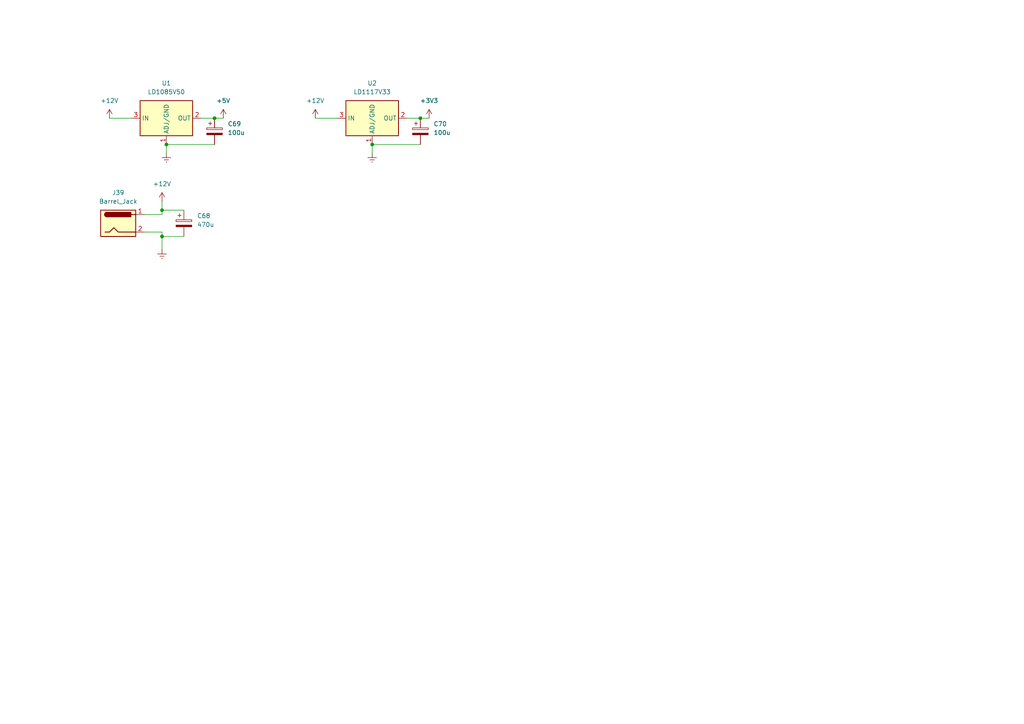
<source format=kicad_sch>
(kicad_sch (version 20230121) (generator eeschema)
  (paper "A4")
  (lib_symbols
    (symbol "Connector:Barrel_Jack" (pin_names (offset 1.016))
      (property "Reference" "J" (at 0 5.334 0))
      (property "Value" "Barrel_Jack" (at 0 -5.08 0))
      (symbol "Barrel_Jack_0_1"
        (rectangle (start -5.08 3.81) (end 5.08 -3.81) (stroke (width 0.254)) (fill (type background)))
        (arc (start -3.302 3.175) (mid -3.9343 2.54) (end -3.302 1.905) (stroke (width 0.254)))
        (arc (start -3.302 3.175) (mid -3.9343 2.54) (end -3.302 1.905) (stroke (width 0.254)) (fill (type outline)))
        (polyline (pts (xy 5.08 2.54) (xy 3.81 2.54)) (stroke (width 0.254)))
        (polyline (pts (xy -3.81 -2.54) (xy -2.54 -2.54) (xy -1.27 -1.27) (xy 0 -2.54) (xy 2.54 -2.54) (xy 5.08 -2.54)) (stroke (width 0.254)))
        (rectangle (start 3.683 3.175) (end -3.302 1.905) (stroke (width 0.254)) (fill (type outline)))
      )
      (symbol "Barrel_Jack_1_1"
        (pin passive line (at 7.62 2.54 180) (length 2.54) (name "~") (number "1"))
        (pin passive line (at 7.62 -2.54 180) (length 2.54) (name "~") (number "2"))
      )
    )
    (symbol "Device:C_Polarized" (pin_numbers hide) (pin_names (offset 0.254))
      (property "Reference" "C" (at 0.635 2.54 0))
      (property "Value" "C_Polarized" (at 0.635 -2.54 0))
      (symbol "C_Polarized_0_1"
        (rectangle (start -2.286 0.508) (end 2.286 1.016))
        (polyline (pts (xy -1.778 2.286) (xy -0.762 2.286)))
        (polyline (pts (xy -1.27 2.794) (xy -1.27 1.778)))
        (rectangle (start 2.286 -0.508) (end -2.286 -1.016) (fill (type outline)))
      )
      (symbol "C_Polarized_1_1"
        (pin passive line (at 0 3.81 270) (length 2.794) (name "~") (number "1"))
        (pin passive line (at 0 -3.81 90) (length 2.794) (name "~") (number "2"))
      )
    )
    (symbol "Regulator_Linear:LD1086V-DG"
      (property "Reference" "U" (at 0 10.16 0))
      (property "Value" "LD1086V-DG" (at 0 7.62 0))
      (symbol "LD1086V-DG_1_1"
        (rectangle (start -7.62 -5.08) (end 7.62 5.08) (stroke (width 0.254)) (fill (type background)))
        (pin input line (at 0 -7.62 90) (length 2.54) (name "ADJ/GND") (number "1"))
        (pin power_out line (at 10.16 0 180) (length 2.54) (name "OUT") (number "2"))
        (pin power_in line (at -10.16 0 0) (length 2.54) (name "IN") (number "3"))
      )
    )
    (symbol "power:+12V" (power) (pin_names (offset 0))
      (property "Value" "+12V" (at 0 3.556 0))
      (symbol "+12V_0_1"
        (polyline (pts (xy -0.762 1.27) (xy 0 2.54)))
        (polyline (pts (xy 0 0) (xy 0 2.54)))
        (polyline (pts (xy 0 2.54) (xy 0.762 1.27)))
      )
      (symbol "+12V_1_1"
        (pin power_in line (at 0 0 90) (length 0) hide (name "+12V") (number "1"))
      )
    )
    (symbol "power:+3V3" (power) (pin_names (offset 0))
      (property "Value" "+3V3" (at 0 3.556 0))
      (symbol "+3V3_0_1"
        (polyline (pts (xy -0.762 1.27) (xy 0 2.54)))
        (polyline (pts (xy 0 0) (xy 0 2.54)))
        (polyline (pts (xy 0 2.54) (xy 0.762 1.27)))
      )
      (symbol "+3V3_1_1"
        (pin power_in line (at 0 0 90) (length 0) hide (name "+3V3") (number "1"))
      )
    )
    (symbol "power:+5V" (power) (pin_names (offset 0))
      (property "Value" "+5V" (at 0 3.556 0))
      (symbol "+5V_0_1"
        (polyline (pts (xy -0.762 1.27) (xy 0 2.54)))
        (polyline (pts (xy 0 0) (xy 0 2.54)))
        (polyline (pts (xy 0 2.54) (xy 0.762 1.27)))
      )
      (symbol "+5V_1_1"
        (pin power_in line (at 0 0 90) (length 0) hide (name "+5V") (number "1"))
      )
    )
    (symbol "power:Earth" (power) (pin_names (offset 0))
      (symbol "Earth_0_1"
        (polyline (pts (xy -0.635 -1.905) (xy 0.635 -1.905)))
        (polyline (pts (xy -0.127 -2.54) (xy 0.127 -2.54)))
        (polyline (pts (xy 0 -1.27) (xy 0 0)))
        (polyline (pts (xy 1.27 -1.27) (xy -1.27 -1.27)))
      )
      (symbol "Earth_1_1"
        (pin power_in line (at 0 0 270) (length 0) hide (name "Earth") (number "1"))
      )
    )
  )
  (junction (at 107.95 41.91))
  (junction (at 48.26 41.91))
  (junction (at 121.92 34.29))
  (junction (at 46.99 68.58))
  (junction (at 46.99 60.96))
  (junction (at 62.23 34.29))
  (wire (pts (xy 118.11 34.29) (xy 121.92 34.29)))
  (wire (pts (xy 107.95 44.45) (xy 107.95 41.91)))
  (wire (pts (xy 46.99 68.58) (xy 53.34 68.58)))
  (wire (pts (xy 46.99 72.39) (xy 46.99 68.58)))
  (wire (pts (xy 46.99 60.96) (xy 46.99 62.23)))
  (wire (pts (xy 62.23 34.29) (xy 64.77 34.29)))
  (wire (pts (xy 48.26 44.45) (xy 48.26 41.91)))
  (wire (pts (xy 58.42 34.29) (xy 62.23 34.29)))
  (wire (pts (xy 121.92 34.29) (xy 124.46 34.29)))
  (wire (pts (xy 31.75 34.29) (xy 38.1 34.29)))
  (wire (pts (xy 46.99 58.42) (xy 46.99 60.96)))
  (wire (pts (xy 107.95 41.91) (xy 121.92 41.91)))
  (wire (pts (xy 46.99 68.58) (xy 46.99 67.31)))
  (wire (pts (xy 48.26 41.91) (xy 62.23 41.91)))
  (wire (pts (xy 46.99 62.23) (xy 41.91 62.23)))
  (wire (pts (xy 91.44 34.29) (xy 97.79 34.29)))
  (wire (pts (xy 46.99 67.31) (xy 41.91 67.31)))
  (wire (pts (xy 46.99 60.96) (xy 53.34 60.96)))
  (symbol (lib_id "Regulator_Linear:LD1086V-DG") (at 107.95 34.29 0) (unit 1)
    (property "Reference" "U2" (at 107.95 24.13 0))
    (property "Value" "LD1117V33" (at 107.95 26.67 0))
    (property "Footprint" "Package_TO_SOT_THT:TO-220-3_Vertical" (effects hide))
    (property "Datasheet" "https://www.st.com/resource/en/datasheet/ld1086.pdf" (effects hide))
  )
  (symbol (lib_id "Connector:Barrel_Jack") (at 34.29 64.77 0) (unit 1)
    (property "Reference" "J39" (at 34.29 55.88 0))
    (property "Value" "Barrel_Jack" (at 34.29 58.42 0))
    (property "Footprint" "Connector_BarrelJack:BarrelJack_CUI_PJ-063AH_Horizontal" (effects hide))
  )
  (symbol (lib_id "Device:C_Polarized") (at 62.23 38.1 0) (unit 1)
    (property "Reference" "C69" (at 66.04 35.941 0) (effects (justify left)))
    (property "Value" "100u" (at 66.04 38.481 0) (effects (justify left)))
    (property "Footprint" "Capacitor_THT:CP_Radial_D5.0mm_P2.00mm" (effects hide))
  )
  (symbol (lib_id "power:Earth") (at 107.95 44.45 0) (unit 1)
    (property "Reference" "#PWR0102" (effects hide))
    (property "Value" "Earth" (effects hide))
    (instances (project "mcpElectronicsv2" (path "" (reference "#PWR0102") (unit 1)) (path "" (reference "#PWR0185") (unit 1))))
  )
  (symbol (lib_id "power:+12V") (at 91.44 34.29 0) (unit 1)
    (property "Reference" "#PWR0184" (effects hide))
    (property "Value" "+12V" (at 91.44 29.21 0))
  )
  (symbol (lib_id "power:+12V") (at 31.75 34.29 0) (unit 1)
    (property "Reference" "#PWR0179" (effects hide))
    (property "Value" "+12V" (at 31.75 29.21 0))
  )
  (symbol (lib_id "power:+12V") (at 46.99 58.42 0) (unit 1)
    (property "Reference" "#PWR0180" (effects hide))
    (property "Value" "+12V" (at 46.99 53.34 0))
  )
  (symbol (lib_id "Device:C_Polarized") (at 121.92 38.1 0) (unit 1)
    (property "Reference" "C70" (at 125.73 35.941 0) (effects (justify left)))
    (property "Value" "100u" (at 125.73 38.481 0) (effects (justify left)))
    (property "Footprint" "Capacitor_THT:CP_Radial_D5.0mm_P2.00mm" (effects hide))
  )
  (symbol (lib_id "power:Earth") (at 48.26 44.45 0) (unit 1)
    (property "Reference" "#PWR0102" (effects hide))
    (property "Value" "Earth" (effects hide))
    (instances (project "mcpElectronicsv2" (path "" (reference "#PWR0102") (unit 1)) (path "" (reference "#PWR0182") (unit 1))))
  )
  (symbol (lib_id "power:+5V") (at 64.77 34.29 0) (unit 1)
    (property "Reference" "#PWR0183" (effects hide))
    (property "Value" "+5V" (at 64.77 29.21 0))
  )
  (symbol (lib_id "Regulator_Linear:LD1086V-DG") (at 48.26 34.29 0) (unit 1)
    (property "Reference" "U1" (at 48.26 24.13 0))
    (property "Value" "LD1085V50" (at 48.26 26.67 0))
    (property "Footprint" "Package_TO_SOT_THT:TO-220-3_Vertical" (effects hide))
    (property "Datasheet" "https://www.st.com/resource/en/datasheet/ld1086.pdf" (effects hide))
  )
  (symbol (lib_id "power:+3V3") (at 124.46 34.29 0) (unit 1)
    (property "Reference" "#PWR0186" (effects hide))
    (property "Value" "+3V3" (at 124.46 29.21 0))
  )
  (symbol (lib_id "power:Earth") (at 46.99 72.39 0) (unit 1)
    (property "Reference" "#PWR0102" (effects hide))
    (property "Value" "Earth" (effects hide))
    (instances (project "mcpElectronicsv2" (path "" (reference "#PWR0102") (unit 1)) (path "" (reference "#PWR0181") (unit 1))))
  )
  (symbol (lib_id "Device:C_Polarized") (at 53.34 64.77 0) (unit 1)
    (property "Reference" "C68" (at 57.15 62.611 0) (effects (justify left)))
    (property "Value" "470u" (at 57.15 65.151 0) (effects (justify left)))
    (property "Footprint" "Capacitor_THT:CP_Radial_D8.0mm_P3.50mm" (effects hide))
  )
)
</source>
